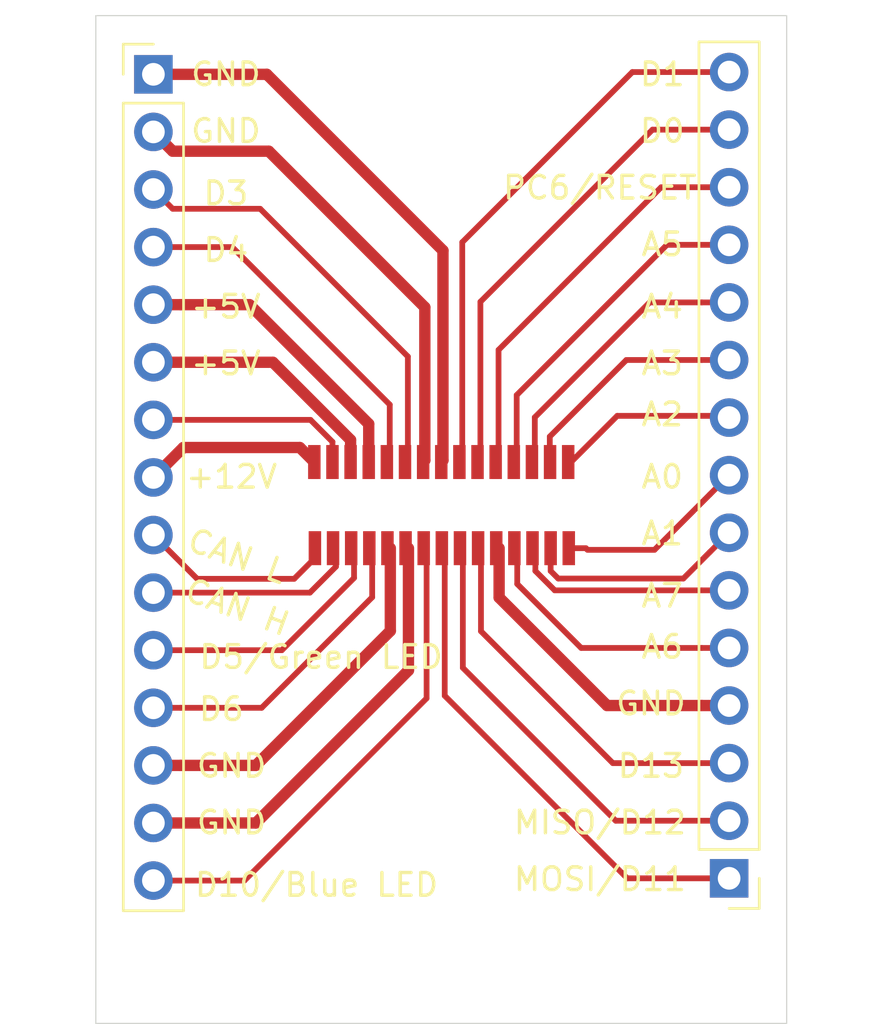
<source format=kicad_pcb>
(kicad_pcb (version 20171130) (host pcbnew "(5.1.6)-1")

  (general
    (thickness 1.6)
    (drawings 33)
    (tracks 114)
    (zones 0)
    (modules 3)
    (nets 31)
  )

  (page A4)
  (layers
    (0 F.Cu signal)
    (31 B.Cu signal)
    (32 B.Adhes user)
    (33 F.Adhes user)
    (34 B.Paste user)
    (35 F.Paste user)
    (36 B.SilkS user)
    (37 F.SilkS user)
    (38 B.Mask user)
    (39 F.Mask user)
    (40 Dwgs.User user)
    (41 Cmts.User user)
    (42 Eco1.User user)
    (43 Eco2.User user)
    (44 Edge.Cuts user)
    (45 Margin user)
    (46 B.CrtYd user)
    (47 F.CrtYd user)
    (48 B.Fab user)
    (49 F.Fab user)
  )

  (setup
    (last_trace_width 0.25)
    (user_trace_width 0.254)
    (trace_clearance 0.2)
    (zone_clearance 0.508)
    (zone_45_only no)
    (trace_min 0)
    (via_size 0.8)
    (via_drill 0.4)
    (via_min_size 0.6)
    (via_min_drill 0.3)
    (uvia_size 0.3)
    (uvia_drill 0.1)
    (uvias_allowed no)
    (uvia_min_size 0.2)
    (uvia_min_drill 0.1)
    (edge_width 0.05)
    (segment_width 0.2)
    (pcb_text_width 0.3)
    (pcb_text_size 1.5 1.5)
    (mod_edge_width 0.12)
    (mod_text_size 1 1)
    (mod_text_width 0.15)
    (pad_size 1.524 1.524)
    (pad_drill 0.762)
    (pad_to_mask_clearance 0.051)
    (solder_mask_min_width 0.25)
    (aux_axis_origin 0 0)
    (visible_elements 7FFFFFFF)
    (pcbplotparams
      (layerselection 0x010fc_ffffffff)
      (usegerberextensions false)
      (usegerberattributes false)
      (usegerberadvancedattributes false)
      (creategerberjobfile false)
      (excludeedgelayer true)
      (linewidth 0.100000)
      (plotframeref false)
      (viasonmask false)
      (mode 1)
      (useauxorigin false)
      (hpglpennumber 1)
      (hpglpenspeed 20)
      (hpglpendiameter 15.000000)
      (psnegative false)
      (psa4output false)
      (plotreference true)
      (plotvalue false)
      (plotinvisibletext false)
      (padsonsilk true)
      (subtractmaskfromsilk false)
      (outputformat 1)
      (mirror false)
      (drillshape 0)
      (scaleselection 1)
      (outputdirectory "Gerber/"))
  )

  (net 0 "")
  (net 1 /Pin1)
  (net 2 /Pin3)
  (net 3 /Pin5)
  (net 4 /Pin7)
  (net 5 /Pin9)
  (net 6 /Pin11)
  (net 7 /Pin13)
  (net 8 /Pin15)
  (net 9 /Pin17)
  (net 10 /Pin19)
  (net 11 /Pin21)
  (net 12 /Pin23)
  (net 13 /Pin25)
  (net 14 /Pin27)
  (net 15 /Pin29)
  (net 16 /Pin2)
  (net 17 /Pin4)
  (net 18 /Pin6)
  (net 19 /Pin8)
  (net 20 /Pin10)
  (net 21 /Pin12)
  (net 22 /Pin14)
  (net 23 /Pin16)
  (net 24 /Pin18)
  (net 25 /Pin20)
  (net 26 /Pin22)
  (net 27 /Pin24)
  (net 28 /Pin26)
  (net 29 /Pin28)
  (net 30 /Pin30)

  (net_class Default "This is the default net class."
    (clearance 0.2)
    (trace_width 0.25)
    (via_dia 0.8)
    (via_drill 0.4)
    (uvia_dia 0.3)
    (uvia_drill 0.1)
    (add_net /Pin1)
    (add_net /Pin10)
    (add_net /Pin11)
    (add_net /Pin12)
    (add_net /Pin13)
    (add_net /Pin14)
    (add_net /Pin15)
    (add_net /Pin16)
    (add_net /Pin17)
    (add_net /Pin18)
    (add_net /Pin19)
    (add_net /Pin2)
    (add_net /Pin20)
    (add_net /Pin21)
    (add_net /Pin22)
    (add_net /Pin23)
    (add_net /Pin24)
    (add_net /Pin25)
    (add_net /Pin26)
    (add_net /Pin27)
    (add_net /Pin28)
    (add_net /Pin29)
    (add_net /Pin3)
    (add_net /Pin30)
    (add_net /Pin4)
    (add_net /Pin5)
    (add_net /Pin6)
    (add_net /Pin7)
    (add_net /Pin8)
    (add_net /Pin9)
  )

  (module ACM_2020_Footprintandsymbol:ACM_2020_Footprint_wo_silk (layer F.Cu) (tedit 5E323B5E) (tstamp 5E1CF3AD)
    (at 0 0)
    (descr IL-WX-10SB-VF-BE)
    (tags Connector)
    (path /5E1C7CAC)
    (fp_text reference U1 (at -0.127 0 180) (layer Eco1.User)
      (effects (font (size 1.27 1.27) (thickness 0.254)))
    )
    (fp_text value ACM_2020 (at 0.254 4.445 180) (layer Eco1.User) hide
      (effects (font (size 1.27 1.27) (thickness 0.254)))
    )
    (fp_line (start 11 -5) (end 11 22.634393) (layer Dwgs.User) (width 0.3))
    (fp_line (start 11 22.634393) (end -9.026231 22.634393) (layer Dwgs.User) (width 0.3))
    (fp_line (start -11 -5) (end -11 20) (layer Dwgs.User) (width 0.3))
    (fp_line (start -11 -5) (end 11 -5) (layer Dwgs.User) (width 0.3))
    (fp_line (start -6.9 3.65) (end -6.9 -3.65) (layer F.CrtYd) (width 0.1))
    (fp_line (start 6.9 3.65) (end -6.9 3.65) (layer F.CrtYd) (width 0.1))
    (fp_line (start 6.9 -3.65) (end 6.9 3.65) (layer F.CrtYd) (width 0.1))
    (fp_line (start -6.9 -3.65) (end 6.9 -3.65) (layer F.CrtYd) (width 0.1))
    (fp_line (start -5.842 1.6) (end -5.842 -1.6) (layer F.Fab) (width 0.2))
    (fp_line (start 5.873 1.6) (end -5.842 1.6) (layer F.Fab) (width 0.2))
    (fp_line (start 5.873 -1.6) (end 5.873 1.6) (layer F.Fab) (width 0.2))
    (fp_line (start -5.842 -1.6) (end 5.873 -1.6) (layer F.Fab) (width 0.2))
    (fp_text user %R (at -0.127 0 180) (layer F.Fab)
      (effects (font (size 1.27 1.27) (thickness 0.254)))
    )
    (fp_arc (start -8.5635 20.2311) (end -11 20) (angle -84.5) (layer Dwgs.User) (width 0.3))
    (pad 30 smd rect (at -5.6 -1.9) (size 0.55 1.5) (layers F.Cu F.Paste F.Mask)
      (net 30 /Pin30))
    (pad 29 smd rect (at -5.5746 1.9) (size 0.55 1.5) (layers F.Cu F.Paste F.Mask)
      (net 15 /Pin29))
    (pad 28 smd rect (at -4.8 -1.9) (size 0.55 1.5) (layers F.Cu F.Paste F.Mask)
      (net 29 /Pin28))
    (pad 27 smd rect (at -4.7746 1.9) (size 0.55 1.5) (layers F.Cu F.Paste F.Mask)
      (net 14 /Pin27))
    (pad 26 smd rect (at -4 -1.9) (size 0.55 1.5) (layers F.Cu F.Paste F.Mask)
      (net 28 /Pin26))
    (pad 25 smd rect (at -3.9746 1.9) (size 0.55 1.5) (layers F.Cu F.Paste F.Mask)
      (net 13 /Pin25))
    (pad 24 smd rect (at -3.2 -1.9) (size 0.55 1.5) (layers F.Cu F.Paste F.Mask)
      (net 27 /Pin24))
    (pad 23 smd rect (at -3.1746 1.9) (size 0.55 1.5) (layers F.Cu F.Paste F.Mask)
      (net 12 /Pin23))
    (pad 22 smd rect (at -2.4 -1.9) (size 0.55 1.5) (layers F.Cu F.Paste F.Mask)
      (net 26 /Pin22))
    (pad 21 smd rect (at -2.3746 1.9) (size 0.55 1.5) (layers F.Cu F.Paste F.Mask)
      (net 11 /Pin21))
    (pad 20 smd rect (at -1.6 -1.9) (size 0.55 1.5) (layers F.Cu F.Paste F.Mask)
      (net 25 /Pin20))
    (pad 19 smd rect (at -1.5746 1.9) (size 0.55 1.5) (layers F.Cu F.Paste F.Mask)
      (net 10 /Pin19))
    (pad 18 smd rect (at -0.8 -1.9) (size 0.55 1.5) (layers F.Cu F.Paste F.Mask)
      (net 24 /Pin18))
    (pad 17 smd rect (at -0.7746 1.9) (size 0.55 1.5) (layers F.Cu F.Paste F.Mask)
      (net 9 /Pin17))
    (pad 16 smd rect (at 0 -1.9) (size 0.55 1.5) (layers F.Cu F.Paste F.Mask)
      (net 23 /Pin16))
    (pad 15 smd rect (at 0.0254 1.9) (size 0.55 1.5) (layers F.Cu F.Paste F.Mask)
      (net 8 /Pin15))
    (pad 14 smd rect (at 0.8 -1.9) (size 0.55 1.5) (layers F.Cu F.Paste F.Mask)
      (net 22 /Pin14))
    (pad 13 smd rect (at 0.8254 1.9) (size 0.55 1.5) (layers F.Cu F.Paste F.Mask)
      (net 7 /Pin13))
    (pad 12 smd rect (at 1.6 -1.9) (size 0.55 1.5) (layers F.Cu F.Paste F.Mask)
      (net 21 /Pin12))
    (pad 11 smd rect (at 1.6254 1.9) (size 0.55 1.5) (layers F.Cu F.Paste F.Mask)
      (net 6 /Pin11))
    (pad 10 smd rect (at 2.4 -1.9) (size 0.55 1.5) (layers F.Cu F.Paste F.Mask)
      (net 20 /Pin10))
    (pad 9 smd rect (at 2.4254 1.9) (size 0.55 1.5) (layers F.Cu F.Paste F.Mask)
      (net 5 /Pin9))
    (pad 8 smd rect (at 3.2 -1.9) (size 0.55 1.5) (layers F.Cu F.Paste F.Mask)
      (net 19 /Pin8))
    (pad 7 smd rect (at 3.2254 1.9) (size 0.55 1.5) (layers F.Cu F.Paste F.Mask)
      (net 4 /Pin7))
    (pad 6 smd rect (at 4 -1.9) (size 0.55 1.5) (layers F.Cu F.Paste F.Mask)
      (net 18 /Pin6))
    (pad 5 smd rect (at 4.0254 1.9) (size 0.55 1.5) (layers F.Cu F.Paste F.Mask)
      (net 3 /Pin5))
    (pad 4 smd rect (at 4.8 -1.9) (size 0.55 1.5) (layers F.Cu F.Paste F.Mask)
      (net 17 /Pin4))
    (pad 3 smd rect (at 4.8254 1.9) (size 0.55 1.5) (layers F.Cu F.Paste F.Mask)
      (net 2 /Pin3))
    (pad 2 smd rect (at 5.6 -1.9) (size 0.55 1.5) (layers F.Cu F.Paste F.Mask)
      (net 16 /Pin2))
    (pad 1 smd rect (at 5.6254 1.9) (size 0.55 1.5) (layers F.Cu F.Paste F.Mask)
      (net 1 /Pin1))
    (pad "" np_thru_hole circle (at -6.5 1.3) (size 0.7 0.7) (drill 0.7) (layers *.Cu *.Mask))
    (pad "" np_thru_hole circle (at 6.5 -1.3) (size 0.7 0.7) (drill 0.7) (layers *.Cu *.Mask))
    (pad "" np_thru_hole circle (at -8.422 19.912) (size 2.2 2.2) (drill 2.2) (layers *.Cu *.Mask))
    (model ${KIPRJMOD}/3d_objects/ACM-connector-pcb.step
      (offset (xyz -5.75 -0.75 1.25))
      (scale (xyz 1 1 1))
      (rotate (xyz -90 0 0))
    )
    (model ${KIPRJMOD}/3d_objects/ACM-pcb.wrl
      (offset (xyz -75.7 70.2 5.35))
      (scale (xyz 0.4 0.4 0.4))
      (rotate (xyz 0 0 0))
    )
  )

  (module Connector_PinHeader_2.54mm:PinHeader_1x15_P2.54mm_Vertical (layer F.Cu) (tedit 59FED5CC) (tstamp 5E1C83F6)
    (at -12.7 -19)
    (descr "Through hole straight pin header, 1x15, 2.54mm pitch, single row")
    (tags "Through hole pin header THT 1x15 2.54mm single row")
    (path /5E1CA1B6)
    (fp_text reference J1 (at 0 -2.33) (layer F.SilkS) hide
      (effects (font (size 1 1) (thickness 0.15)))
    )
    (fp_text value Conn_01x15_Male (at 0 37.89) (layer F.Fab)
      (effects (font (size 1 1) (thickness 0.15)))
    )
    (fp_line (start 1.8 -1.8) (end -1.8 -1.8) (layer F.CrtYd) (width 0.05))
    (fp_line (start 1.8 37.35) (end 1.8 -1.8) (layer F.CrtYd) (width 0.05))
    (fp_line (start -1.8 37.35) (end 1.8 37.35) (layer F.CrtYd) (width 0.05))
    (fp_line (start -1.8 -1.8) (end -1.8 37.35) (layer F.CrtYd) (width 0.05))
    (fp_line (start -1.33 -1.33) (end 0 -1.33) (layer F.SilkS) (width 0.12))
    (fp_line (start -1.33 0) (end -1.33 -1.33) (layer F.SilkS) (width 0.12))
    (fp_line (start -1.33 1.27) (end 1.33 1.27) (layer F.SilkS) (width 0.12))
    (fp_line (start 1.33 1.27) (end 1.33 36.89) (layer F.SilkS) (width 0.12))
    (fp_line (start -1.33 1.27) (end -1.33 36.89) (layer F.SilkS) (width 0.12))
    (fp_line (start -1.33 36.89) (end 1.33 36.89) (layer F.SilkS) (width 0.12))
    (fp_line (start -1.27 -0.635) (end -0.635 -1.27) (layer F.Fab) (width 0.1))
    (fp_line (start -1.27 36.83) (end -1.27 -0.635) (layer F.Fab) (width 0.1))
    (fp_line (start 1.27 36.83) (end -1.27 36.83) (layer F.Fab) (width 0.1))
    (fp_line (start 1.27 -1.27) (end 1.27 36.83) (layer F.Fab) (width 0.1))
    (fp_line (start -0.635 -1.27) (end 1.27 -1.27) (layer F.Fab) (width 0.1))
    (fp_text user %R (at 0 17.78 90) (layer F.Fab)
      (effects (font (size 1 1) (thickness 0.15)))
    )
    (pad 1 thru_hole rect (at 0 0) (size 1.7 1.7) (drill 1) (layers *.Cu *.Mask)
      (net 23 /Pin16))
    (pad 2 thru_hole oval (at 0 2.54) (size 1.7 1.7) (drill 1) (layers *.Cu *.Mask)
      (net 24 /Pin18))
    (pad 3 thru_hole oval (at 0 5.08) (size 1.7 1.7) (drill 1) (layers *.Cu *.Mask)
      (net 25 /Pin20))
    (pad 4 thru_hole oval (at 0 7.62) (size 1.7 1.7) (drill 1) (layers *.Cu *.Mask)
      (net 26 /Pin22))
    (pad 5 thru_hole oval (at 0 10.16) (size 1.7 1.7) (drill 1) (layers *.Cu *.Mask)
      (net 27 /Pin24))
    (pad 6 thru_hole oval (at 0 12.7) (size 1.7 1.7) (drill 1) (layers *.Cu *.Mask)
      (net 28 /Pin26))
    (pad 7 thru_hole oval (at 0 15.24) (size 1.7 1.7) (drill 1) (layers *.Cu *.Mask)
      (net 29 /Pin28))
    (pad 8 thru_hole oval (at 0 17.78) (size 1.7 1.7) (drill 1) (layers *.Cu *.Mask)
      (net 30 /Pin30))
    (pad 9 thru_hole oval (at 0 20.32) (size 1.7 1.7) (drill 1) (layers *.Cu *.Mask)
      (net 15 /Pin29))
    (pad 10 thru_hole oval (at 0 22.86) (size 1.7 1.7) (drill 1) (layers *.Cu *.Mask)
      (net 14 /Pin27))
    (pad 11 thru_hole oval (at 0 25.4) (size 1.7 1.7) (drill 1) (layers *.Cu *.Mask)
      (net 13 /Pin25))
    (pad 12 thru_hole oval (at 0 27.94) (size 1.7 1.7) (drill 1) (layers *.Cu *.Mask)
      (net 12 /Pin23))
    (pad 13 thru_hole oval (at 0 30.48) (size 1.7 1.7) (drill 1) (layers *.Cu *.Mask)
      (net 11 /Pin21))
    (pad 14 thru_hole oval (at 0 33.02) (size 1.7 1.7) (drill 1) (layers *.Cu *.Mask)
      (net 10 /Pin19))
    (pad 15 thru_hole oval (at 0 35.56) (size 1.7 1.7) (drill 1) (layers *.Cu *.Mask)
      (net 9 /Pin17))
    (model ${KISYS3DMOD}/Connector_PinHeader_2.54mm.3dshapes/PinHeader_1x15_P2.54mm_Vertical.wrl
      (offset (xyz 0 0 -2))
      (scale (xyz 1 1 1))
      (rotate (xyz 0 180 0))
    )
  )

  (module Connector_PinHeader_2.54mm:PinHeader_1x15_P2.54mm_Vertical (layer F.Cu) (tedit 59FED5CC) (tstamp 5E1C8419)
    (at 12.7 16.46 180)
    (descr "Through hole straight pin header, 1x15, 2.54mm pitch, single row")
    (tags "Through hole pin header THT 1x15 2.54mm single row")
    (path /5E1D0592)
    (fp_text reference J2 (at 0 -2.33) (layer F.SilkS) hide
      (effects (font (size 1 1) (thickness 0.15)))
    )
    (fp_text value Conn_01x15_Male (at 0 37.89) (layer F.Fab)
      (effects (font (size 1 1) (thickness 0.15)))
    )
    (fp_line (start -0.635 -1.27) (end 1.27 -1.27) (layer F.Fab) (width 0.1))
    (fp_line (start 1.27 -1.27) (end 1.27 36.83) (layer F.Fab) (width 0.1))
    (fp_line (start 1.27 36.83) (end -1.27 36.83) (layer F.Fab) (width 0.1))
    (fp_line (start -1.27 36.83) (end -1.27 -0.635) (layer F.Fab) (width 0.1))
    (fp_line (start -1.27 -0.635) (end -0.635 -1.27) (layer F.Fab) (width 0.1))
    (fp_line (start -1.33 36.89) (end 1.33 36.89) (layer F.SilkS) (width 0.12))
    (fp_line (start -1.33 1.27) (end -1.33 36.89) (layer F.SilkS) (width 0.12))
    (fp_line (start 1.33 1.27) (end 1.33 36.89) (layer F.SilkS) (width 0.12))
    (fp_line (start -1.33 1.27) (end 1.33 1.27) (layer F.SilkS) (width 0.12))
    (fp_line (start -1.33 0) (end -1.33 -1.33) (layer F.SilkS) (width 0.12))
    (fp_line (start -1.33 -1.33) (end 0 -1.33) (layer F.SilkS) (width 0.12))
    (fp_line (start -1.8 -1.8) (end -1.8 37.35) (layer F.CrtYd) (width 0.05))
    (fp_line (start -1.8 37.35) (end 1.8 37.35) (layer F.CrtYd) (width 0.05))
    (fp_line (start 1.8 37.35) (end 1.8 -1.8) (layer F.CrtYd) (width 0.05))
    (fp_line (start 1.8 -1.8) (end -1.8 -1.8) (layer F.CrtYd) (width 0.05))
    (fp_text user %R (at 0 17.78 90) (layer F.Fab)
      (effects (font (size 1 1) (thickness 0.15)))
    )
    (pad 15 thru_hole oval (at 0 35.56 180) (size 1.7 1.7) (drill 1) (layers *.Cu *.Mask)
      (net 22 /Pin14))
    (pad 14 thru_hole oval (at 0 33.02 180) (size 1.7 1.7) (drill 1) (layers *.Cu *.Mask)
      (net 21 /Pin12))
    (pad 13 thru_hole oval (at 0 30.48 180) (size 1.7 1.7) (drill 1) (layers *.Cu *.Mask)
      (net 20 /Pin10))
    (pad 12 thru_hole oval (at 0 27.94 180) (size 1.7 1.7) (drill 1) (layers *.Cu *.Mask)
      (net 19 /Pin8))
    (pad 11 thru_hole oval (at 0 25.4 180) (size 1.7 1.7) (drill 1) (layers *.Cu *.Mask)
      (net 18 /Pin6))
    (pad 10 thru_hole oval (at 0 22.86 180) (size 1.7 1.7) (drill 1) (layers *.Cu *.Mask)
      (net 17 /Pin4))
    (pad 9 thru_hole oval (at 0 20.32 180) (size 1.7 1.7) (drill 1) (layers *.Cu *.Mask)
      (net 16 /Pin2))
    (pad 8 thru_hole oval (at 0 17.78 180) (size 1.7 1.7) (drill 1) (layers *.Cu *.Mask)
      (net 1 /Pin1))
    (pad 7 thru_hole oval (at 0 15.24 180) (size 1.7 1.7) (drill 1) (layers *.Cu *.Mask)
      (net 2 /Pin3))
    (pad 6 thru_hole oval (at 0 12.7 180) (size 1.7 1.7) (drill 1) (layers *.Cu *.Mask)
      (net 3 /Pin5))
    (pad 5 thru_hole oval (at 0 10.16 180) (size 1.7 1.7) (drill 1) (layers *.Cu *.Mask)
      (net 4 /Pin7))
    (pad 4 thru_hole oval (at 0 7.62 180) (size 1.7 1.7) (drill 1) (layers *.Cu *.Mask)
      (net 5 /Pin9))
    (pad 3 thru_hole oval (at 0 5.08 180) (size 1.7 1.7) (drill 1) (layers *.Cu *.Mask)
      (net 6 /Pin11))
    (pad 2 thru_hole oval (at 0 2.54 180) (size 1.7 1.7) (drill 1) (layers *.Cu *.Mask)
      (net 7 /Pin13))
    (pad 1 thru_hole rect (at 0 0 180) (size 1.7 1.7) (drill 1) (layers *.Cu *.Mask)
      (net 8 /Pin15))
    (model ${KISYS3DMOD}/Connector_PinHeader_2.54mm.3dshapes/PinHeader_1x15_P2.54mm_Vertical.wrl
      (offset (xyz 0 0 -2))
      (scale (xyz 1 1 1))
      (rotate (xyz 0 180 0))
    )
  )

  (gr_text "CAN L" (at -9 2.25 -20) (layer F.SilkS)
    (effects (font (size 1 1) (thickness 0.15)))
  )
  (gr_text "CAN H" (at -9 4.5 -20) (layer F.SilkS) (tstamp 5F9D9018)
    (effects (font (size 1 1) (thickness 0.15)))
  )
  (gr_text "D5/Green LED" (at -5.3 6.7) (layer F.SilkS)
    (effects (font (size 1 1) (thickness 0.15)))
  )
  (gr_text D6 (at -9.7 9) (layer F.SilkS)
    (effects (font (size 1 1) (thickness 0.15)))
  )
  (gr_text "D10/Blue LED" (at -5.5 16.75) (layer F.SilkS)
    (effects (font (size 1 1) (thickness 0.15)))
  )
  (gr_text MOSI/D11 (at 7 16.5) (layer F.SilkS)
    (effects (font (size 1 1) (thickness 0.15)))
  )
  (gr_text MISO/D12 (at 7 14) (layer F.SilkS)
    (effects (font (size 1 1) (thickness 0.15)))
  )
  (gr_text D13 (at 9.25 11.5) (layer F.SilkS)
    (effects (font (size 1 1) (thickness 0.15)))
  )
  (gr_text A6 (at 9.75 6.25) (layer F.SilkS)
    (effects (font (size 1 1) (thickness 0.15)))
  )
  (gr_text A7 (at 9.75 4) (layer F.SilkS)
    (effects (font (size 1 1) (thickness 0.15)))
  )
  (gr_text A1 (at 9.75 1.25) (layer F.SilkS)
    (effects (font (size 1 1) (thickness 0.15)))
  )
  (gr_text A0 (at 9.75 -1.25) (layer F.SilkS)
    (effects (font (size 1 1) (thickness 0.15)))
  )
  (gr_text A2 (at 9.75 -4) (layer F.SilkS)
    (effects (font (size 1 1) (thickness 0.15)))
  )
  (gr_text A3 (at 9.75 -6.25) (layer F.SilkS)
    (effects (font (size 1 1) (thickness 0.15)))
  )
  (gr_text A4 (at 9.75 -8.75) (layer F.SilkS)
    (effects (font (size 1 1) (thickness 0.15)))
  )
  (gr_text A5 (at 9.75 -11.5) (layer F.SilkS)
    (effects (font (size 1 1) (thickness 0.15)))
  )
  (gr_text PC6/RESET (at 7 -14) (layer F.SilkS)
    (effects (font (size 1 1) (thickness 0.15)))
  )
  (gr_text D0 (at 9.75 -16.5) (layer F.SilkS)
    (effects (font (size 1 1) (thickness 0.15)))
  )
  (gr_text D1 (at 9.75 -19) (layer F.SilkS)
    (effects (font (size 1 1) (thickness 0.15)))
  )
  (gr_text GND (at -9.25 14) (layer F.SilkS) (tstamp 5F9D89F5)
    (effects (font (size 1 1) (thickness 0.15)))
  )
  (gr_text GND (at 9.25 8.75) (layer F.SilkS) (tstamp 5F9D89F5)
    (effects (font (size 1 1) (thickness 0.15)))
  )
  (gr_text GND (at -9.25 11.5) (layer F.SilkS) (tstamp 5F9D89F5)
    (effects (font (size 1 1) (thickness 0.15)))
  )
  (gr_text GND (at -9.5 -16.5) (layer F.SilkS) (tstamp 5F9D89F5)
    (effects (font (size 1 1) (thickness 0.15)))
  )
  (gr_text GND (at -9.5 -19) (layer F.SilkS)
    (effects (font (size 1 1) (thickness 0.15)))
  )
  (gr_text D3 (at -9.5 -13.75) (layer F.SilkS)
    (effects (font (size 1 1) (thickness 0.15)))
  )
  (gr_text D4 (at -9.5 -11.25) (layer F.SilkS)
    (effects (font (size 1 1) (thickness 0.15)))
  )
  (gr_text +5V (at -9.5 -8.75) (layer F.SilkS)
    (effects (font (size 1 1) (thickness 0.15)))
  )
  (gr_text +5V (at -9.5 -6.25) (layer F.SilkS)
    (effects (font (size 1 1) (thickness 0.15)))
  )
  (gr_text +12V (at -9.25 -1.25) (layer F.SilkS)
    (effects (font (size 1 1) (thickness 0.15)))
  )
  (gr_line (start -15.24 22.86) (end -15.24 -21.59) (layer Edge.Cuts) (width 0.05) (tstamp 5E1CF861))
  (gr_line (start 15.24 22.86) (end -15.24 22.86) (layer Edge.Cuts) (width 0.05))
  (gr_line (start 15.24 -21.59) (end 15.24 22.86) (layer Edge.Cuts) (width 0.05))
  (gr_line (start -15.24 -21.59) (end 15.24 -21.59) (layer Edge.Cuts) (width 0.05))

  (segment (start 11.850001 -0.470001) (end 12.7 -1.32) (width 0.254) (layer F.Cu) (net 1))
  (segment (start 9.407599 1.972401) (end 11.850001 -0.470001) (width 0.254) (layer F.Cu) (net 1))
  (segment (start 6.453639 1.972401) (end 9.407599 1.972401) (width 0.254) (layer F.Cu) (net 1))
  (segment (start 6.381238 1.9) (end 6.453639 1.972401) (width 0.254) (layer F.Cu) (net 1))
  (segment (start 5.7524 1.9) (end 6.381238 1.9) (width 0.254) (layer F.Cu) (net 1))
  (segment (start 11.850001 2.069999) (end 12.7 1.22) (width 0.254) (layer F.Cu) (net 2))
  (segment (start 10.6815 3.2385) (end 11.850001 2.069999) (width 0.254) (layer F.Cu) (net 2))
  (segment (start 5.1599 3.2385) (end 10.6815 3.2385) (width 0.254) (layer F.Cu) (net 2))
  (segment (start 4.8254 2.904) (end 5.1599 3.2385) (width 0.254) (layer F.Cu) (net 2))
  (segment (start 4.8254 1.9) (end 4.8254 2.904) (width 0.254) (layer F.Cu) (net 2))
  (segment (start 11.497919 3.76) (end 12.7 3.76) (width 0.254) (layer F.Cu) (net 3))
  (segment (start 5.0084 3.76) (end 11.497919 3.76) (width 0.254) (layer F.Cu) (net 3))
  (segment (start 4.1524 2.904) (end 5.0084 3.76) (width 0.254) (layer F.Cu) (net 3))
  (segment (start 4.1524 1.9) (end 4.1524 2.904) (width 0.254) (layer F.Cu) (net 3))
  (segment (start 11.497919 6.3) (end 12.7 6.3) (width 0.254) (layer F.Cu) (net 4))
  (segment (start 6.173 6.3) (end 11.497919 6.3) (width 0.254) (layer F.Cu) (net 4))
  (segment (start 3.3524 1.9) (end 3.3524 3.4794) (width 0.254) (layer F.Cu) (net 4))
  (segment (start 3.3524 3.4794) (end 6.173 6.3) (width 0.254) (layer F.Cu) (net 4))
  (segment (start 11.497919 8.84) (end 12.7 8.84) (width 0.5) (layer F.Cu) (net 5))
  (segment (start 7.316 8.84) (end 11.497919 8.84) (width 0.5) (layer F.Cu) (net 5))
  (segment (start 2.5524 1.9) (end 2.5524 4.0764) (width 0.5) (layer F.Cu) (net 5))
  (segment (start 2.5524 4.0764) (end 7.316 8.84) (width 0.5) (layer F.Cu) (net 5))
  (segment (start 11.497919 11.38) (end 12.7 11.38) (width 0.254) (layer F.Cu) (net 6))
  (segment (start 7.57 11.38) (end 11.497919 11.38) (width 0.254) (layer F.Cu) (net 6))
  (segment (start 1.7524 1.9) (end 1.7524 5.5624) (width 0.254) (layer F.Cu) (net 6))
  (segment (start 1.7524 5.5624) (end 7.57 11.38) (width 0.254) (layer F.Cu) (net 6))
  (segment (start 7.697 13.92) (end 12.7 13.92) (width 0.254) (layer F.Cu) (net 7))
  (segment (start 0.9524 1.9) (end 0.9524 7.1754) (width 0.254) (layer F.Cu) (net 7))
  (segment (start 0.9524 7.1754) (end 7.697 13.92) (width 0.254) (layer F.Cu) (net 7))
  (segment (start 8.205 16.46) (end 12.7 16.46) (width 0.254) (layer F.Cu) (net 8))
  (segment (start 0.1524 1.9) (end 0.1524 8.4074) (width 0.254) (layer F.Cu) (net 8))
  (segment (start 0.1524 8.4074) (end 8.205 16.46) (width 0.254) (layer F.Cu) (net 8))
  (segment (start -8.686 16.56) (end -12.7 16.56) (width 0.254) (layer F.Cu) (net 9))
  (segment (start -0.6476 1.9) (end -0.6476 8.5216) (width 0.254) (layer F.Cu) (net 9))
  (segment (start -0.6476 8.5216) (end -8.686 16.56) (width 0.254) (layer F.Cu) (net 9))
  (segment (start -8.178 14.02) (end -12.7 14.02) (width 0.5) (layer F.Cu) (net 10))
  (segment (start -1.4476 1.9) (end -1.4476 7.2896) (width 0.5) (layer F.Cu) (net 10))
  (segment (start -1.4476 7.2896) (end -8.178 14.02) (width 0.5) (layer F.Cu) (net 10))
  (segment (start -11.497919 11.48) (end -12.7 11.48) (width 0.5) (layer F.Cu) (net 11))
  (segment (start -8.178 11.48) (end -11.497919 11.48) (width 0.5) (layer F.Cu) (net 11))
  (segment (start -2.2476 1.9) (end -2.2476 5.5496) (width 0.5) (layer F.Cu) (net 11))
  (segment (start -2.2476 5.5496) (end -8.178 11.48) (width 0.5) (layer F.Cu) (net 11))
  (segment (start -11.497919 8.94) (end -12.7 8.94) (width 0.254) (layer F.Cu) (net 12))
  (segment (start -7.924 8.94) (end -11.497919 8.94) (width 0.254) (layer F.Cu) (net 12))
  (segment (start -3.0476 1.9) (end -3.0476 4.0636) (width 0.254) (layer F.Cu) (net 12))
  (segment (start -3.0476 4.0636) (end -7.924 8.94) (width 0.254) (layer F.Cu) (net 12))
  (segment (start -11.497919 6.4) (end -12.7 6.4) (width 0.254) (layer F.Cu) (net 13))
  (segment (start -7.035 6.4) (end -11.497919 6.4) (width 0.254) (layer F.Cu) (net 13))
  (segment (start -3.8476 1.9) (end -3.8476 3.2126) (width 0.254) (layer F.Cu) (net 13))
  (segment (start -3.8476 3.2126) (end -7.035 6.4) (width 0.254) (layer F.Cu) (net 13))
  (segment (start -11.497919 3.86) (end -12.7 3.86) (width 0.254) (layer F.Cu) (net 14))
  (segment (start -5.793998 3.86) (end -11.497919 3.86) (width 0.254) (layer F.Cu) (net 14))
  (segment (start -4.6476 2.713602) (end -5.793998 3.86) (width 0.254) (layer F.Cu) (net 14))
  (segment (start -4.6476 1.9) (end -4.6476 2.713602) (width 0.254) (layer F.Cu) (net 14))
  (segment (start -5.5746 2.3361) (end -5.5746 1.9) (width 0.254) (layer F.Cu) (net 15))
  (segment (start -6.4897 3.2512) (end -5.5746 2.3361) (width 0.254) (layer F.Cu) (net 15))
  (segment (start -12.7 1.32) (end -10.7688 3.2512) (width 0.254) (layer F.Cu) (net 15))
  (segment (start -10.7688 3.2512) (end -6.4897 3.2512) (width 0.254) (layer F.Cu) (net 15))
  (segment (start 12.623 -3.937) (end 12.7 -3.86) (width 0.254) (layer F.Cu) (net 16))
  (segment (start 5.727 -1.9) (end 7.764 -3.937) (width 0.254) (layer F.Cu) (net 16))
  (segment (start 7.764 -3.937) (end 12.623 -3.937) (width 0.254) (layer F.Cu) (net 16))
  (segment (start 11.497919 -6.4) (end 12.7 -6.4) (width 0.254) (layer F.Cu) (net 17))
  (segment (start 8.1653 -6.4) (end 11.497919 -6.4) (width 0.254) (layer F.Cu) (net 17))
  (segment (start 4.7879 -3.0226) (end 8.1653 -6.4) (width 0.254) (layer F.Cu) (net 17))
  (segment (start 4.927 -1.9) (end 4.7879 -2.0391) (width 0.254) (layer F.Cu) (net 17))
  (segment (start 4.7879 -2.0391) (end 4.7879 -3.0226) (width 0.254) (layer F.Cu) (net 17))
  (segment (start 11.497919 -8.94) (end 12.7 -8.94) (width 0.254) (layer F.Cu) (net 18))
  (segment (start 9.194 -8.94) (end 11.497919 -8.94) (width 0.254) (layer F.Cu) (net 18))
  (segment (start 4.127 -1.9) (end 4.127 -3.873) (width 0.254) (layer F.Cu) (net 18))
  (segment (start 4.127 -3.873) (end 9.194 -8.94) (width 0.254) (layer F.Cu) (net 18))
  (segment (start 9.956 -11.48) (end 12.7 -11.48) (width 0.254) (layer F.Cu) (net 19))
  (segment (start 3.327 -1.9) (end 3.327 -4.851) (width 0.254) (layer F.Cu) (net 19))
  (segment (start 3.327 -4.851) (end 9.956 -11.48) (width 0.254) (layer F.Cu) (net 19))
  (segment (start 9.702 -14.02) (end 12.7 -14.02) (width 0.254) (layer F.Cu) (net 20))
  (segment (start 2.527 -1.9) (end 2.527 -6.845) (width 0.254) (layer F.Cu) (net 20))
  (segment (start 2.527 -6.845) (end 9.702 -14.02) (width 0.254) (layer F.Cu) (net 20))
  (segment (start 9.321 -16.56) (end 12.7 -16.56) (width 0.254) (layer F.Cu) (net 21))
  (segment (start 1.727 -1.9) (end 1.727 -8.966) (width 0.254) (layer F.Cu) (net 21))
  (segment (start 1.727 -8.966) (end 9.321 -16.56) (width 0.254) (layer F.Cu) (net 21))
  (segment (start 8.432 -19.1) (end 12.7 -19.1) (width 0.254) (layer F.Cu) (net 22))
  (segment (start 0.927 -1.9) (end 0.927 -11.595) (width 0.254) (layer F.Cu) (net 22))
  (segment (start 0.927 -11.595) (end 8.432 -19.1) (width 0.254) (layer F.Cu) (net 22))
  (segment (start -7.697 -19) (end -12.7 -19) (width 0.5) (layer F.Cu) (net 23))
  (segment (start 0.074999 -11.228001) (end -7.697 -19) (width 0.5) (layer F.Cu) (net 23))
  (segment (start 0 -1.9) (end 0.074999 -1.974999) (width 0.5) (layer F.Cu) (net 23))
  (segment (start 0.074999 -1.974999) (end 0.074999 -11.228001) (width 0.5) (layer F.Cu) (net 23))
  (segment (start -11.850001 -15.610001) (end -12.7 -16.46) (width 0.5) (layer F.Cu) (net 24))
  (segment (start -7.609001 -15.610001) (end -11.850001 -15.610001) (width 0.5) (layer F.Cu) (net 24))
  (segment (start -0.725001 -8.726001) (end -7.609001 -15.610001) (width 0.5) (layer F.Cu) (net 24))
  (segment (start -0.8 -1.9) (end -0.725001 -1.974999) (width 0.5) (layer F.Cu) (net 24))
  (segment (start -0.725001 -1.974999) (end -0.725001 -8.726001) (width 0.5) (layer F.Cu) (net 24))
  (segment (start -11.850001 -13.070001) (end -12.7 -13.92) (width 0.254) (layer F.Cu) (net 25))
  (segment (start -7.990001 -13.070001) (end -11.850001 -13.070001) (width 0.254) (layer F.Cu) (net 25))
  (segment (start -1.473 -1.9) (end -1.473 -6.553) (width 0.254) (layer F.Cu) (net 25))
  (segment (start -1.473 -6.553) (end -7.990001 -13.070001) (width 0.254) (layer F.Cu) (net 25))
  (segment (start -11.497919 -11.38) (end -12.7 -11.38) (width 0.254) (layer F.Cu) (net 26))
  (segment (start -9.221 -11.38) (end -11.497919 -11.38) (width 0.254) (layer F.Cu) (net 26))
  (segment (start -2.273 -1.9) (end -2.273 -4.432) (width 0.254) (layer F.Cu) (net 26))
  (segment (start -2.273 -4.432) (end -9.221 -11.38) (width 0.254) (layer F.Cu) (net 26))
  (segment (start -11.497919 -8.84) (end -12.7 -8.84) (width 0.5) (layer F.Cu) (net 27))
  (segment (start -8.459 -8.84) (end -11.497919 -8.84) (width 0.5) (layer F.Cu) (net 27))
  (segment (start -3.2 -1.9) (end -3.2 -3.581) (width 0.5) (layer F.Cu) (net 27))
  (segment (start -3.2 -3.581) (end -8.459 -8.84) (width 0.5) (layer F.Cu) (net 27))
  (segment (start -7.426933 -6.3) (end -11.497919 -6.3) (width 0.5) (layer F.Cu) (net 28))
  (segment (start -11.497919 -6.3) (end -12.7 -6.3) (width 0.5) (layer F.Cu) (net 28))
  (segment (start -4 -1.9) (end -4 -2.873067) (width 0.5) (layer F.Cu) (net 28))
  (segment (start -4 -2.873067) (end -7.426933 -6.3) (width 0.5) (layer F.Cu) (net 28))
  (segment (start -4.8 -1.9) (end -4.8 -2.7905) (width 0.254) (layer F.Cu) (net 29))
  (segment (start -11.497919 -3.76) (end -12.7 -3.76) (width 0.254) (layer F.Cu) (net 29))
  (segment (start -5.7695 -3.76) (end -11.497919 -3.76) (width 0.254) (layer F.Cu) (net 29))
  (segment (start -4.8 -2.7905) (end -5.7695 -3.76) (width 0.254) (layer F.Cu) (net 29))
  (segment (start -11.38 -2.54) (end -12.7 -1.22) (width 0.5) (layer F.Cu) (net 30))
  (segment (start -5.6 -1.9) (end -6.24 -2.54) (width 0.5) (layer F.Cu) (net 30))
  (segment (start -6.24 -2.54) (end -11.38 -2.54) (width 0.5) (layer F.Cu) (net 30))

)

</source>
